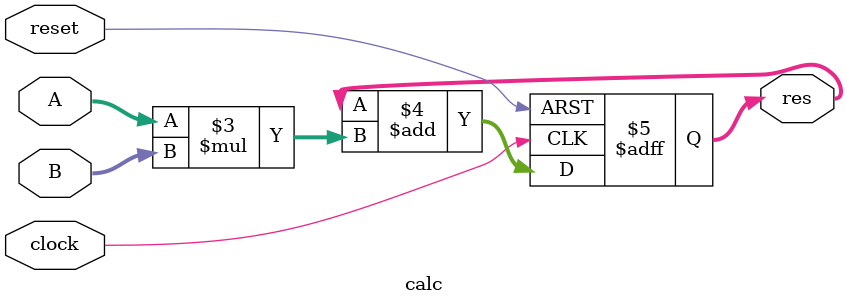
<source format=v>
module calc#(parameter DATA_WIDTH = 8, parameter MATRIX_SIZE = 3)(
    input wire clock,
    input wire reset,
    input wire [DATA_WIDTH - 1:0] A,
    input wire [DATA_WIDTH - 1:0] B,
    output reg [DATA_WIDTH - 1:0] res
);

always @(posedge clock or negedge reset) begin
    if(~reset)begin
        res<=0;
    end
    else begin
        res<= res + A*B; 
    end
end

endmodule
</source>
